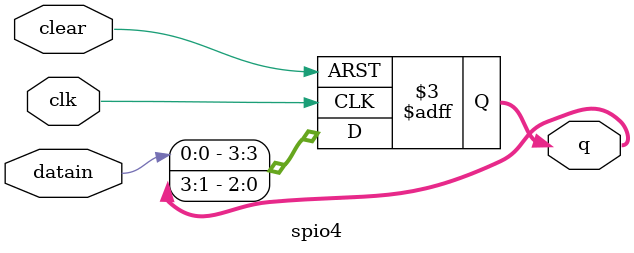
<source format=v>
`timescale 1ns / 1ps
module spio4(clk,clear,datain,q
    );
input clk, clear;
input datain;
output reg [3:0] q;

always @(negedge clear or posedge clk)
begin
	if(!clear) q = 4'b0000;
	else
	begin
		q[2:0] = q[3:1];
		q[3] = datain;
	end
end


endmodule

</source>
